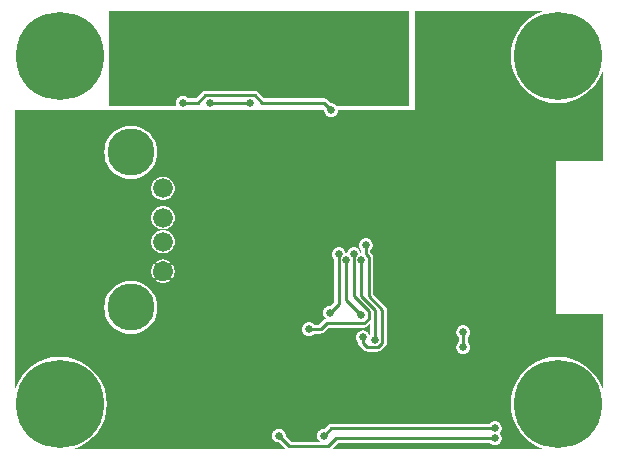
<source format=gbr>
G04 start of page 3 for group 1 idx 1 *
G04 Title: (unknown), bottom *
G04 Creator: pcb 20140316 *
G04 CreationDate: Sun 30 Dec 2018 07:44:10 PM GMT UTC *
G04 For: railfan *
G04 Format: Gerber/RS-274X *
G04 PCB-Dimensions (mil): 2000.00 1500.00 *
G04 PCB-Coordinate-Origin: lower left *
%MOIN*%
%FSLAX25Y25*%
%LNBOTTOM*%
%ADD39C,0.0360*%
%ADD38C,0.0910*%
%ADD37C,0.1285*%
%ADD36C,0.0120*%
%ADD35C,0.0260*%
%ADD34C,0.0660*%
%ADD33C,0.1570*%
%ADD32C,0.2937*%
%ADD31C,0.0100*%
%ADD30C,0.0001*%
G54D30*G36*
X133500Y148000D02*Y116500D01*
X109244D01*
X109131Y116631D01*
X108856Y116866D01*
X108547Y117056D01*
X108213Y117194D01*
X107861Y117279D01*
X107500Y117307D01*
X107328Y117294D01*
X106102Y118519D01*
X106064Y118564D01*
X105884Y118717D01*
X105683Y118841D01*
X105465Y118931D01*
X105235Y118986D01*
X105000Y119005D01*
X104941Y119000D01*
X85121D01*
X83102Y121019D01*
X83064Y121064D01*
X82884Y121217D01*
X82683Y121341D01*
X82465Y121431D01*
X82235Y121486D01*
X82235Y121486D01*
X82000Y121505D01*
X81941Y121500D01*
X65559D01*
X65500Y121505D01*
X65265Y121486D01*
X65035Y121431D01*
X64817Y121341D01*
X64616Y121217D01*
X64615Y121217D01*
X64436Y121064D01*
X64398Y121019D01*
X62379Y119000D01*
X59744D01*
X59631Y119131D01*
X59356Y119366D01*
X59047Y119556D01*
X58713Y119694D01*
X58361Y119779D01*
X58000Y119807D01*
X57639Y119779D01*
X57287Y119694D01*
X56953Y119556D01*
X56644Y119366D01*
X56369Y119131D01*
X56134Y118856D01*
X55944Y118547D01*
X55806Y118213D01*
X55721Y117861D01*
X55693Y117500D01*
X55721Y117139D01*
X55806Y116787D01*
X55925Y116500D01*
X33500D01*
Y148000D01*
X133500D01*
G37*
G36*
X135500D02*X178295D01*
X178138Y147962D01*
X175858Y147018D01*
X173753Y145728D01*
X171876Y144124D01*
X170272Y142247D01*
X168982Y140142D01*
X168038Y137862D01*
X167461Y135461D01*
X167268Y133000D01*
X167461Y130539D01*
X168038Y128138D01*
X168982Y125858D01*
X170272Y123753D01*
X171876Y121876D01*
X173753Y120272D01*
X175858Y118982D01*
X178138Y118038D01*
X180539Y117461D01*
X183000Y117268D01*
X185461Y117461D01*
X187862Y118038D01*
X190142Y118982D01*
X192247Y120272D01*
X194124Y121876D01*
X195728Y123753D01*
X197018Y125858D01*
X197962Y128138D01*
X198000Y128295D01*
Y109500D01*
X135500D01*
Y148000D01*
G37*
G36*
X160256Y10500D02*X151496D01*
Y33693D01*
X151500Y33693D01*
X151861Y33721D01*
X152213Y33806D01*
X152547Y33944D01*
X152856Y34134D01*
X153131Y34369D01*
X153366Y34644D01*
X153556Y34953D01*
X153694Y35287D01*
X153779Y35639D01*
X153800Y36000D01*
X153779Y36361D01*
X153694Y36713D01*
X153556Y37047D01*
X153366Y37356D01*
X153131Y37631D01*
X153000Y37744D01*
Y39256D01*
X153131Y39369D01*
X153366Y39644D01*
X153556Y39953D01*
X153694Y40287D01*
X153779Y40639D01*
X153800Y41000D01*
X153779Y41361D01*
X153694Y41713D01*
X153556Y42047D01*
X153366Y42356D01*
X153131Y42631D01*
X152856Y42866D01*
X152547Y43056D01*
X152213Y43194D01*
X151861Y43279D01*
X151500Y43307D01*
X151496Y43307D01*
Y115000D01*
X198000D01*
Y98000D01*
X182500D01*
Y47000D01*
X198000D01*
Y21705D01*
X197962Y21862D01*
X197018Y24142D01*
X195728Y26247D01*
X194124Y28124D01*
X192247Y29728D01*
X190142Y31018D01*
X187862Y31962D01*
X185461Y32539D01*
X183000Y32732D01*
X180539Y32539D01*
X178138Y31962D01*
X175858Y31018D01*
X173753Y29728D01*
X171876Y28124D01*
X170272Y26247D01*
X168982Y24142D01*
X168038Y21862D01*
X167461Y19461D01*
X167268Y17000D01*
X167461Y14539D01*
X168038Y12138D01*
X168982Y9858D01*
X170272Y7753D01*
X171876Y5876D01*
X173753Y4272D01*
X175858Y2982D01*
X178138Y2038D01*
X178295Y2000D01*
X151496D01*
Y4152D01*
X160256D01*
X160369Y4021D01*
X160644Y3785D01*
X160953Y3596D01*
X161287Y3458D01*
X161639Y3373D01*
X162000Y3345D01*
X162361Y3373D01*
X162713Y3458D01*
X163047Y3596D01*
X163356Y3785D01*
X163631Y4021D01*
X163866Y4296D01*
X164056Y4605D01*
X164194Y4939D01*
X164279Y5291D01*
X164300Y5652D01*
X164279Y6013D01*
X164194Y6365D01*
X164056Y6699D01*
X163866Y7008D01*
X163631Y7283D01*
X163581Y7326D01*
X163631Y7369D01*
X163866Y7644D01*
X164056Y7953D01*
X164194Y8287D01*
X164279Y8639D01*
X164300Y9000D01*
X164279Y9361D01*
X164194Y9713D01*
X164056Y10047D01*
X163866Y10356D01*
X163631Y10631D01*
X163356Y10866D01*
X163047Y11056D01*
X162713Y11194D01*
X162361Y11279D01*
X162000Y11307D01*
X161639Y11279D01*
X161287Y11194D01*
X160953Y11056D01*
X160644Y10866D01*
X160369Y10631D01*
X160256Y10500D01*
G37*
G36*
X151496Y2000D02*X107621D01*
X109773Y4152D01*
X151496D01*
Y2000D01*
G37*
G36*
Y10500D02*X111849D01*
Y42500D01*
X118441D01*
X118500Y42495D01*
X118735Y42514D01*
X118735Y42514D01*
X118965Y42569D01*
X119183Y42659D01*
X119384Y42783D01*
X119564Y42936D01*
X119602Y42981D01*
X120500Y43879D01*
Y40244D01*
X120369Y40131D01*
X120201Y39935D01*
X120194Y39963D01*
X120056Y40297D01*
X119866Y40606D01*
X119631Y40881D01*
X119356Y41116D01*
X119047Y41306D01*
X118713Y41444D01*
X118361Y41529D01*
X118000Y41557D01*
X117639Y41529D01*
X117287Y41444D01*
X116953Y41306D01*
X116644Y41116D01*
X116369Y40881D01*
X116134Y40606D01*
X115944Y40297D01*
X115806Y39963D01*
X115721Y39611D01*
X115693Y39250D01*
X115721Y38889D01*
X115806Y38537D01*
X115944Y38203D01*
X116134Y37894D01*
X116369Y37619D01*
X116496Y37510D01*
X116495Y37500D01*
X116514Y37265D01*
X116569Y37035D01*
X116659Y36817D01*
X116783Y36616D01*
X116936Y36436D01*
X116981Y36398D01*
X118398Y34981D01*
X118436Y34936D01*
X118616Y34783D01*
X118817Y34659D01*
X119035Y34569D01*
X119265Y34514D01*
X119500Y34495D01*
X119559Y34500D01*
X122941D01*
X123000Y34495D01*
X123235Y34514D01*
X123235Y34514D01*
X123465Y34569D01*
X123683Y34659D01*
X123884Y34783D01*
X124064Y34936D01*
X124102Y34981D01*
X125519Y36398D01*
X125564Y36436D01*
X125717Y36615D01*
X125717Y36616D01*
X125841Y36817D01*
X125931Y37035D01*
X125986Y37265D01*
X126005Y37500D01*
X126000Y37559D01*
Y48441D01*
X126005Y48500D01*
X125986Y48735D01*
X125986Y48735D01*
X125931Y48965D01*
X125841Y49183D01*
X125717Y49384D01*
X125564Y49564D01*
X125519Y49602D01*
X121500Y53621D01*
Y65941D01*
X121505Y66000D01*
X121486Y66235D01*
X121431Y66465D01*
X121341Y66683D01*
X121217Y66884D01*
X121064Y67064D01*
X121019Y67102D01*
X120500Y67621D01*
Y68256D01*
X120631Y68369D01*
X120866Y68644D01*
X121056Y68953D01*
X121194Y69287D01*
X121279Y69639D01*
X121300Y70000D01*
X121279Y70361D01*
X121194Y70713D01*
X121056Y71047D01*
X120866Y71356D01*
X120631Y71631D01*
X120356Y71866D01*
X120047Y72056D01*
X119713Y72194D01*
X119361Y72279D01*
X119000Y72307D01*
X118639Y72279D01*
X118287Y72194D01*
X117953Y72056D01*
X117644Y71866D01*
X117369Y71631D01*
X117134Y71356D01*
X116944Y71047D01*
X116806Y70713D01*
X116721Y70361D01*
X116693Y70000D01*
X116721Y69639D01*
X116806Y69287D01*
X116944Y68953D01*
X117134Y68644D01*
X117369Y68369D01*
X117500Y68256D01*
Y67307D01*
X117283Y67290D01*
X117279Y67361D01*
X117194Y67713D01*
X117056Y68047D01*
X116866Y68356D01*
X116631Y68631D01*
X116356Y68866D01*
X116047Y69056D01*
X115713Y69194D01*
X115361Y69279D01*
X115000Y69307D01*
X114639Y69279D01*
X114287Y69194D01*
X113953Y69056D01*
X113644Y68866D01*
X113369Y68631D01*
X113134Y68356D01*
X112944Y68047D01*
X112806Y67713D01*
X112721Y67361D01*
X112716Y67290D01*
X112500Y67307D01*
X112283Y67290D01*
X112279Y67361D01*
X112194Y67713D01*
X112056Y68047D01*
X111866Y68356D01*
X111849Y68377D01*
Y115000D01*
X151496D01*
Y43307D01*
X151139Y43279D01*
X150787Y43194D01*
X150453Y43056D01*
X150144Y42866D01*
X149869Y42631D01*
X149634Y42356D01*
X149444Y42047D01*
X149306Y41713D01*
X149221Y41361D01*
X149193Y41000D01*
X149221Y40639D01*
X149306Y40287D01*
X149444Y39953D01*
X149634Y39644D01*
X149869Y39369D01*
X150000Y39256D01*
Y37744D01*
X149869Y37631D01*
X149634Y37356D01*
X149444Y37047D01*
X149306Y36713D01*
X149221Y36361D01*
X149193Y36000D01*
X149221Y35639D01*
X149306Y35287D01*
X149444Y34953D01*
X149634Y34644D01*
X149869Y34369D01*
X150144Y34134D01*
X150453Y33944D01*
X150787Y33806D01*
X151139Y33721D01*
X151496Y33693D01*
Y10500D01*
G37*
G36*
X54666Y61749D02*X54687Y61591D01*
X54700Y61300D01*
X54687Y61009D01*
X54666Y60851D01*
Y61749D01*
G37*
G36*
X111849Y10500D02*X107559D01*
X107500Y10505D01*
X107265Y10486D01*
X107035Y10431D01*
X106817Y10341D01*
X106616Y10217D01*
X106615Y10217D01*
X106436Y10064D01*
X106398Y10019D01*
X105172Y8794D01*
X105000Y8807D01*
X104639Y8779D01*
X104287Y8694D01*
X103953Y8556D01*
X103644Y8366D01*
X103369Y8131D01*
X103134Y7856D01*
X102944Y7547D01*
X102806Y7213D01*
X102721Y6861D01*
X102693Y6500D01*
X102721Y6139D01*
X102806Y5787D01*
X102944Y5453D01*
X103134Y5144D01*
X103369Y4869D01*
X103644Y4634D01*
X103862Y4500D01*
X94121D01*
X92290Y6331D01*
X92300Y6500D01*
X92279Y6861D01*
X92194Y7213D01*
X92056Y7547D01*
X91866Y7856D01*
X91631Y8131D01*
X91356Y8366D01*
X91047Y8556D01*
X90713Y8694D01*
X90361Y8779D01*
X90000Y8807D01*
X89639Y8779D01*
X89287Y8694D01*
X88953Y8556D01*
X88644Y8366D01*
X88369Y8131D01*
X88134Y7856D01*
X87944Y7547D01*
X87806Y7213D01*
X87721Y6861D01*
X87693Y6500D01*
X87721Y6139D01*
X87806Y5787D01*
X87944Y5453D01*
X88134Y5144D01*
X88369Y4869D01*
X88644Y4634D01*
X88953Y4444D01*
X89287Y4306D01*
X89639Y4221D01*
X90000Y4193D01*
X90172Y4206D01*
X92379Y2000D01*
X54666D01*
Y59172D01*
X54768Y59325D01*
X54929Y59630D01*
X55062Y59948D01*
X55167Y60277D01*
X55243Y60613D01*
X55289Y60955D01*
X55304Y61300D01*
X55289Y61645D01*
X55243Y61987D01*
X55167Y62323D01*
X55062Y62652D01*
X54929Y62970D01*
X54768Y63275D01*
X54666Y63431D01*
Y68966D01*
X54886Y69324D01*
X55121Y69891D01*
X55264Y70488D01*
X55300Y71100D01*
X55264Y71712D01*
X55121Y72309D01*
X54886Y72876D01*
X54666Y73234D01*
Y76966D01*
X54886Y77324D01*
X55121Y77891D01*
X55264Y78488D01*
X55300Y79100D01*
X55264Y79712D01*
X55121Y80309D01*
X54886Y80876D01*
X54666Y81234D01*
Y86766D01*
X54886Y87124D01*
X55121Y87691D01*
X55264Y88288D01*
X55300Y88900D01*
X55264Y89512D01*
X55121Y90109D01*
X54886Y90676D01*
X54666Y91034D01*
Y115000D01*
X105193D01*
X105221Y114639D01*
X105306Y114287D01*
X105444Y113953D01*
X105634Y113644D01*
X105869Y113369D01*
X106144Y113134D01*
X106453Y112944D01*
X106787Y112806D01*
X107139Y112721D01*
X107500Y112693D01*
X107861Y112721D01*
X108213Y112806D01*
X108547Y112944D01*
X108856Y113134D01*
X109131Y113369D01*
X109366Y113644D01*
X109556Y113953D01*
X109694Y114287D01*
X109779Y114639D01*
X109800Y115000D01*
X111849D01*
Y68377D01*
X111631Y68631D01*
X111356Y68866D01*
X111047Y69056D01*
X110713Y69194D01*
X110361Y69279D01*
X110000Y69307D01*
X109639Y69279D01*
X109287Y69194D01*
X108953Y69056D01*
X108644Y68866D01*
X108369Y68631D01*
X108134Y68356D01*
X107944Y68047D01*
X107806Y67713D01*
X107721Y67361D01*
X107693Y67000D01*
X107721Y66639D01*
X107806Y66287D01*
X107944Y65953D01*
X108134Y65644D01*
X108369Y65369D01*
X108500Y65256D01*
Y51121D01*
X107172Y49794D01*
X107000Y49807D01*
X106639Y49779D01*
X106287Y49694D01*
X105953Y49556D01*
X105644Y49366D01*
X105369Y49131D01*
X105134Y48856D01*
X104944Y48547D01*
X104806Y48213D01*
X104721Y47861D01*
X104693Y47500D01*
X104721Y47139D01*
X104806Y46787D01*
X104944Y46453D01*
X105134Y46144D01*
X105369Y45869D01*
X105644Y45634D01*
X105871Y45494D01*
X105765Y45486D01*
X105535Y45431D01*
X105317Y45341D01*
X105116Y45217D01*
X105115Y45217D01*
X104936Y45064D01*
X104898Y45019D01*
X103379Y43500D01*
X101744D01*
X101631Y43631D01*
X101356Y43866D01*
X101047Y44056D01*
X100713Y44194D01*
X100361Y44279D01*
X100000Y44307D01*
X99639Y44279D01*
X99287Y44194D01*
X98953Y44056D01*
X98644Y43866D01*
X98369Y43631D01*
X98134Y43356D01*
X97944Y43047D01*
X97806Y42713D01*
X97721Y42361D01*
X97693Y42000D01*
X97721Y41639D01*
X97806Y41287D01*
X97944Y40953D01*
X98134Y40644D01*
X98369Y40369D01*
X98644Y40134D01*
X98953Y39944D01*
X99287Y39806D01*
X99639Y39721D01*
X100000Y39693D01*
X100361Y39721D01*
X100713Y39806D01*
X101047Y39944D01*
X101356Y40134D01*
X101631Y40369D01*
X101744Y40500D01*
X103941D01*
X104000Y40495D01*
X104235Y40514D01*
X104235Y40514D01*
X104465Y40569D01*
X104683Y40659D01*
X104884Y40783D01*
X105064Y40936D01*
X105102Y40981D01*
X106621Y42500D01*
X111849D01*
Y10500D01*
G37*
G36*
X54666Y91034D02*X54565Y91199D01*
X54166Y91666D01*
X53699Y92065D01*
X53176Y92386D01*
X52609Y92621D01*
X52012Y92764D01*
X51400Y92812D01*
X51394Y92812D01*
Y115000D01*
X54666D01*
Y91034D01*
G37*
G36*
Y81234D02*X54565Y81399D01*
X54166Y81866D01*
X53699Y82265D01*
X53176Y82586D01*
X52609Y82821D01*
X52012Y82964D01*
X51400Y83012D01*
X51394Y83012D01*
Y84988D01*
X51400Y84988D01*
X52012Y85036D01*
X52609Y85179D01*
X53176Y85414D01*
X53699Y85735D01*
X54166Y86134D01*
X54565Y86601D01*
X54666Y86766D01*
Y81234D01*
G37*
G36*
Y73234D02*X54565Y73399D01*
X54166Y73866D01*
X53699Y74265D01*
X53176Y74586D01*
X52609Y74821D01*
X52012Y74964D01*
X51400Y75012D01*
X51394Y75012D01*
Y75188D01*
X51400Y75188D01*
X52012Y75236D01*
X52609Y75379D01*
X53176Y75614D01*
X53699Y75935D01*
X54166Y76334D01*
X54565Y76801D01*
X54666Y76966D01*
Y73234D01*
G37*
G36*
Y2000D02*X51394D01*
Y57396D01*
X51400Y57396D01*
X51745Y57411D01*
X52087Y57457D01*
X52423Y57533D01*
X52752Y57638D01*
X53070Y57771D01*
X53375Y57932D01*
X53664Y58120D01*
X53701Y58150D01*
X53732Y58186D01*
X53758Y58227D01*
X53776Y58271D01*
X53788Y58317D01*
X53792Y58364D01*
X53789Y58412D01*
X53778Y58459D01*
X53760Y58503D01*
X53736Y58544D01*
X53705Y58580D01*
X53669Y58612D01*
X53629Y58637D01*
X53585Y58656D01*
X53538Y58667D01*
X53491Y58672D01*
X53443Y58668D01*
X53397Y58658D01*
X53353Y58640D01*
X53312Y58614D01*
X53069Y58453D01*
X52811Y58317D01*
X52543Y58204D01*
X52265Y58115D01*
X51980Y58051D01*
X51691Y58013D01*
X51400Y58000D01*
X51394Y58000D01*
Y64600D01*
X51400Y64600D01*
X51691Y64587D01*
X51980Y64549D01*
X52265Y64485D01*
X52543Y64396D01*
X52811Y64283D01*
X53069Y64147D01*
X53314Y63988D01*
X53354Y63963D01*
X53398Y63946D01*
X53444Y63935D01*
X53491Y63932D01*
X53538Y63936D01*
X53584Y63947D01*
X53627Y63966D01*
X53667Y63991D01*
X53703Y64022D01*
X53733Y64058D01*
X53757Y64099D01*
X53775Y64142D01*
X53786Y64188D01*
X53789Y64236D01*
X53785Y64283D01*
X53773Y64328D01*
X53755Y64372D01*
X53730Y64412D01*
X53699Y64447D01*
X53662Y64477D01*
X53375Y64668D01*
X53070Y64829D01*
X52752Y64962D01*
X52423Y65067D01*
X52087Y65143D01*
X51745Y65189D01*
X51400Y65204D01*
X51394Y65204D01*
Y67188D01*
X51400Y67188D01*
X52012Y67236D01*
X52609Y67379D01*
X53176Y67614D01*
X53699Y67935D01*
X54166Y68334D01*
X54565Y68801D01*
X54666Y68966D01*
Y63431D01*
X54580Y63564D01*
X54550Y63601D01*
X54514Y63632D01*
X54473Y63658D01*
X54429Y63676D01*
X54383Y63688D01*
X54336Y63692D01*
X54288Y63689D01*
X54241Y63678D01*
X54197Y63660D01*
X54156Y63636D01*
X54120Y63605D01*
X54088Y63569D01*
X54063Y63529D01*
X54044Y63485D01*
X54033Y63438D01*
X54028Y63391D01*
X54032Y63343D01*
X54042Y63297D01*
X54060Y63253D01*
X54086Y63212D01*
X54247Y62969D01*
X54383Y62711D01*
X54496Y62443D01*
X54585Y62165D01*
X54649Y61880D01*
X54666Y61749D01*
Y60851D01*
X54649Y60720D01*
X54585Y60435D01*
X54496Y60157D01*
X54383Y59889D01*
X54247Y59631D01*
X54088Y59386D01*
X54063Y59346D01*
X54046Y59302D01*
X54035Y59256D01*
X54032Y59209D01*
X54036Y59162D01*
X54047Y59116D01*
X54066Y59073D01*
X54091Y59033D01*
X54122Y58997D01*
X54158Y58967D01*
X54199Y58943D01*
X54242Y58925D01*
X54288Y58914D01*
X54335Y58911D01*
X54383Y58915D01*
X54428Y58927D01*
X54472Y58945D01*
X54512Y58970D01*
X54547Y59001D01*
X54577Y59038D01*
X54666Y59172D01*
Y2000D01*
G37*
G36*
X48134Y76966D02*X48235Y76801D01*
X48634Y76334D01*
X49101Y75935D01*
X49624Y75614D01*
X50191Y75379D01*
X50788Y75236D01*
X51394Y75188D01*
Y75012D01*
X50788Y74964D01*
X50191Y74821D01*
X49624Y74586D01*
X49101Y74265D01*
X48634Y73866D01*
X48235Y73399D01*
X48134Y73234D01*
Y76966D01*
G37*
G36*
Y86766D02*X48235Y86601D01*
X48634Y86134D01*
X49101Y85735D01*
X49624Y85414D01*
X50191Y85179D01*
X50788Y85036D01*
X51394Y84988D01*
Y83012D01*
X50788Y82964D01*
X50191Y82821D01*
X49624Y82586D01*
X49101Y82265D01*
X48634Y81866D01*
X48235Y81399D01*
X48134Y81234D01*
Y86766D01*
G37*
G36*
Y96093D02*X48610Y96870D01*
X49143Y98157D01*
X49468Y99511D01*
X49550Y100900D01*
X49468Y102289D01*
X49143Y103643D01*
X48610Y104930D01*
X48134Y105707D01*
Y115000D01*
X51394D01*
Y92812D01*
X50788Y92764D01*
X50191Y92621D01*
X49624Y92386D01*
X49101Y92065D01*
X48634Y91666D01*
X48235Y91199D01*
X48134Y91034D01*
Y96093D01*
G37*
G36*
X51394Y2000D02*X48134D01*
Y44393D01*
X48610Y45170D01*
X49143Y46457D01*
X49468Y47811D01*
X49550Y49200D01*
X49468Y50589D01*
X49143Y51943D01*
X48610Y53230D01*
X48134Y54007D01*
Y59169D01*
X48220Y59036D01*
X48250Y58999D01*
X48286Y58968D01*
X48327Y58942D01*
X48371Y58924D01*
X48417Y58912D01*
X48464Y58908D01*
X48512Y58911D01*
X48559Y58922D01*
X48603Y58940D01*
X48644Y58964D01*
X48680Y58995D01*
X48712Y59031D01*
X48737Y59071D01*
X48756Y59115D01*
X48767Y59162D01*
X48772Y59209D01*
X48768Y59257D01*
X48758Y59303D01*
X48740Y59347D01*
X48714Y59388D01*
X48553Y59631D01*
X48417Y59889D01*
X48304Y60157D01*
X48215Y60435D01*
X48151Y60720D01*
X48134Y60851D01*
Y61749D01*
X48151Y61880D01*
X48215Y62165D01*
X48304Y62443D01*
X48417Y62711D01*
X48553Y62969D01*
X48712Y63214D01*
X48737Y63254D01*
X48754Y63298D01*
X48765Y63344D01*
X48768Y63391D01*
X48764Y63438D01*
X48753Y63484D01*
X48734Y63527D01*
X48709Y63567D01*
X48678Y63603D01*
X48642Y63633D01*
X48601Y63657D01*
X48558Y63675D01*
X48512Y63686D01*
X48464Y63689D01*
X48417Y63685D01*
X48372Y63673D01*
X48328Y63655D01*
X48288Y63630D01*
X48253Y63599D01*
X48223Y63562D01*
X48134Y63428D01*
Y68966D01*
X48235Y68801D01*
X48634Y68334D01*
X49101Y67935D01*
X49624Y67614D01*
X50191Y67379D01*
X50788Y67236D01*
X51394Y67188D01*
Y65204D01*
X51055Y65189D01*
X50713Y65143D01*
X50377Y65067D01*
X50048Y64962D01*
X49730Y64829D01*
X49425Y64668D01*
X49136Y64480D01*
X49099Y64450D01*
X49068Y64414D01*
X49042Y64373D01*
X49024Y64329D01*
X49012Y64283D01*
X49008Y64236D01*
X49011Y64188D01*
X49022Y64141D01*
X49040Y64097D01*
X49064Y64056D01*
X49095Y64020D01*
X49131Y63988D01*
X49171Y63963D01*
X49215Y63944D01*
X49262Y63933D01*
X49309Y63928D01*
X49357Y63932D01*
X49403Y63942D01*
X49447Y63960D01*
X49488Y63986D01*
X49731Y64147D01*
X49989Y64283D01*
X50257Y64396D01*
X50535Y64485D01*
X50820Y64549D01*
X51109Y64587D01*
X51394Y64600D01*
Y58000D01*
X51109Y58013D01*
X50820Y58051D01*
X50535Y58115D01*
X50257Y58204D01*
X49989Y58317D01*
X49731Y58453D01*
X49486Y58612D01*
X49446Y58637D01*
X49402Y58654D01*
X49356Y58665D01*
X49309Y58668D01*
X49262Y58664D01*
X49216Y58653D01*
X49173Y58634D01*
X49133Y58609D01*
X49097Y58578D01*
X49067Y58542D01*
X49043Y58501D01*
X49025Y58458D01*
X49014Y58412D01*
X49011Y58365D01*
X49015Y58317D01*
X49027Y58272D01*
X49045Y58228D01*
X49070Y58188D01*
X49101Y58153D01*
X49138Y58123D01*
X49425Y57932D01*
X49730Y57771D01*
X50048Y57638D01*
X50377Y57533D01*
X50713Y57457D01*
X51055Y57411D01*
X51394Y57396D01*
Y2000D01*
G37*
G36*
X48134Y60851D02*X48113Y61009D01*
X48100Y61300D01*
X48113Y61591D01*
X48134Y61749D01*
Y60851D01*
G37*
G36*
Y105707D02*X47882Y106118D01*
X46977Y107177D01*
X45918Y108082D01*
X44730Y108810D01*
X43443Y109343D01*
X42089Y109668D01*
X40700Y109777D01*
X40686Y109776D01*
Y115000D01*
X48134D01*
Y105707D01*
G37*
G36*
Y54007D02*X47882Y54418D01*
X46977Y55477D01*
X45918Y56382D01*
X44730Y57110D01*
X43443Y57643D01*
X42089Y57968D01*
X40700Y58077D01*
X40686Y58076D01*
Y92024D01*
X40700Y92023D01*
X42089Y92132D01*
X43443Y92457D01*
X44730Y92990D01*
X45918Y93718D01*
X46977Y94623D01*
X47882Y95682D01*
X48134Y96093D01*
Y91034D01*
X47914Y90676D01*
X47679Y90109D01*
X47536Y89512D01*
X47488Y88900D01*
X47536Y88288D01*
X47679Y87691D01*
X47914Y87124D01*
X48134Y86766D01*
Y81234D01*
X47914Y80876D01*
X47679Y80309D01*
X47536Y79712D01*
X47488Y79100D01*
X47536Y78488D01*
X47679Y77891D01*
X47914Y77324D01*
X48134Y76966D01*
Y73234D01*
X47914Y72876D01*
X47679Y72309D01*
X47536Y71712D01*
X47488Y71100D01*
X47536Y70488D01*
X47679Y69891D01*
X47914Y69324D01*
X48134Y68966D01*
Y63428D01*
X48032Y63275D01*
X47871Y62970D01*
X47738Y62652D01*
X47633Y62323D01*
X47557Y61987D01*
X47511Y61645D01*
X47496Y61300D01*
X47511Y60955D01*
X47557Y60613D01*
X47633Y60277D01*
X47738Y59948D01*
X47871Y59630D01*
X48032Y59325D01*
X48134Y59169D01*
Y54007D01*
G37*
G36*
Y2000D02*X40686D01*
Y40324D01*
X40700Y40323D01*
X42089Y40432D01*
X43443Y40757D01*
X44730Y41290D01*
X45918Y42018D01*
X46977Y42923D01*
X47882Y43982D01*
X48134Y44393D01*
Y2000D01*
G37*
G36*
X40686D02*X21705D01*
X21862Y2038D01*
X24142Y2982D01*
X26247Y4272D01*
X28124Y5876D01*
X29728Y7753D01*
X31018Y9858D01*
X31962Y12138D01*
X32539Y14539D01*
X32684Y17000D01*
X32539Y19461D01*
X31962Y21862D01*
X31018Y24142D01*
X29728Y26247D01*
X28124Y28124D01*
X26247Y29728D01*
X24142Y31018D01*
X21862Y31962D01*
X19461Y32539D01*
X17000Y32732D01*
X14539Y32539D01*
X12138Y31962D01*
X9858Y31018D01*
X7753Y29728D01*
X5876Y28124D01*
X4272Y26247D01*
X2982Y24142D01*
X2038Y21862D01*
X2000Y21705D01*
Y115000D01*
X40686D01*
Y109776D01*
X39311Y109668D01*
X37957Y109343D01*
X36670Y108810D01*
X35482Y108082D01*
X34423Y107177D01*
X33518Y106118D01*
X32790Y104930D01*
X32257Y103643D01*
X31932Y102289D01*
X31823Y100900D01*
X31932Y99511D01*
X32257Y98157D01*
X32790Y96870D01*
X33518Y95682D01*
X34423Y94623D01*
X35482Y93718D01*
X36670Y92990D01*
X37957Y92457D01*
X39311Y92132D01*
X40686Y92024D01*
Y58076D01*
X39311Y57968D01*
X37957Y57643D01*
X36670Y57110D01*
X35482Y56382D01*
X34423Y55477D01*
X33518Y54418D01*
X32790Y53230D01*
X32257Y51943D01*
X31932Y50589D01*
X31823Y49200D01*
X31932Y47811D01*
X32257Y46457D01*
X32790Y45170D01*
X33518Y43982D01*
X34423Y42923D01*
X35482Y42018D01*
X36670Y41290D01*
X37957Y40757D01*
X39311Y40432D01*
X40686Y40324D01*
Y2000D01*
G37*
G54D31*X63000Y117500D02*X58000D01*
X67000D02*X80500D01*
X63000D02*X65500Y120000D01*
X82000D01*
X84500Y117500D01*
X105000D01*
X107500Y115000D01*
X162000Y5652D02*X109152D01*
X106500Y3000D01*
X93500D01*
X90000Y6500D01*
X162000Y9000D02*X107500D01*
X105000Y6500D01*
X100000Y42000D02*X104000D01*
X106000Y44000D01*
X107000Y47500D02*X110000Y50500D01*
Y67000D01*
X112500Y65000D02*Y51750D01*
X151500Y36000D02*Y41000D01*
X106000Y44000D02*X118500D01*
X120000Y48000D02*Y45500D01*
X112500Y51750D02*X117500Y46750D01*
X115000Y53000D02*X120000Y48000D01*
X122000Y48500D02*X117500Y53000D01*
X120000D02*X124500Y48500D01*
X118500Y44000D02*X120000Y45500D01*
X122000Y48500D02*Y38500D01*
X124500Y48500D02*Y37500D01*
X115000Y67000D02*Y53000D01*
X117500Y65000D02*Y53000D01*
X119000Y70000D02*Y67000D01*
X120000Y66000D01*
Y53000D01*
X124500Y37500D02*X123000Y36000D01*
X118000Y39250D02*Y37500D01*
X119500Y36000D01*
X123000D02*X119500D01*
G54D32*X17000Y17000D03*
G54D33*X40700Y49200D03*
G54D34*X51400Y71100D03*
Y61300D03*
G54D32*X183000Y133000D03*
Y17000D03*
X17000Y133000D03*
G54D33*X40700Y100900D03*
G54D34*X51400Y79100D03*
Y88900D03*
G54D35*X67000Y117500D03*
X58000D03*
X59000Y86000D03*
X71000D03*
X80500Y117500D03*
X84000Y112500D03*
Y109000D03*
Y105500D03*
X87500Y112500D03*
Y109000D03*
Y105500D03*
X140000Y131000D03*
X151000D03*
X126000Y144000D03*
X122500D03*
X119000D03*
X110500D03*
X115500D03*
X112500Y137000D03*
Y140500D03*
Y133500D03*
X107500Y115000D03*
X126000Y130000D03*
X122500D03*
X119000D03*
X115500D03*
X110500D03*
X184146Y106500D03*
X139854D03*
X130012D03*
X162000Y9000D03*
Y5652D03*
X105000Y6500D03*
X90000D03*
X77500Y11500D03*
X97500Y49000D03*
X106000Y51750D03*
X81500Y45500D03*
Y49500D03*
X107000Y47500D03*
X74000Y26500D03*
Y30500D03*
X100000Y42000D03*
X130012Y43500D03*
X122000Y38500D03*
X118000Y39250D03*
X52500Y53500D03*
X43500Y66500D03*
Y62000D03*
X39000Y66500D03*
Y62000D03*
X59000Y64000D03*
X71000D03*
X117500Y46750D03*
Y65000D03*
X115000Y67000D03*
X112500Y65000D03*
X110000Y67000D03*
X193988Y43500D03*
X184146D03*
X151500Y41000D03*
Y36000D03*
X119000Y70000D03*
G54D36*G54D37*G54D38*G54D39*G54D37*G54D38*G54D39*M02*

</source>
